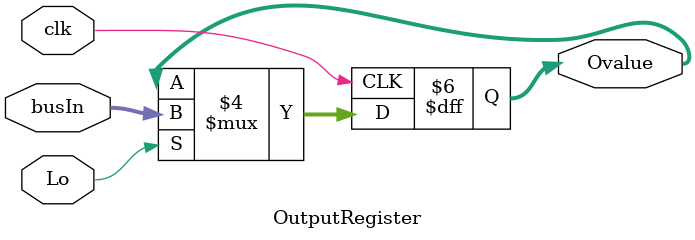
<source format=v>
module OutputRegister (
    clk,        // <i
    Lo,         // <i
    busIn,      // <i
    Ovalue      // >o
);

input clk, Lo;
input [7:0] busIn;
output [7:0] Ovalue;

reg [7:0] Ovalue;

initial begin
    Ovalue = 8'd0;
end


always @(posedge clk) begin
    if (Lo) begin
        Ovalue = busIn;
    end
    else begin
        Ovalue = Ovalue;
    end
end
endmodule

</source>
